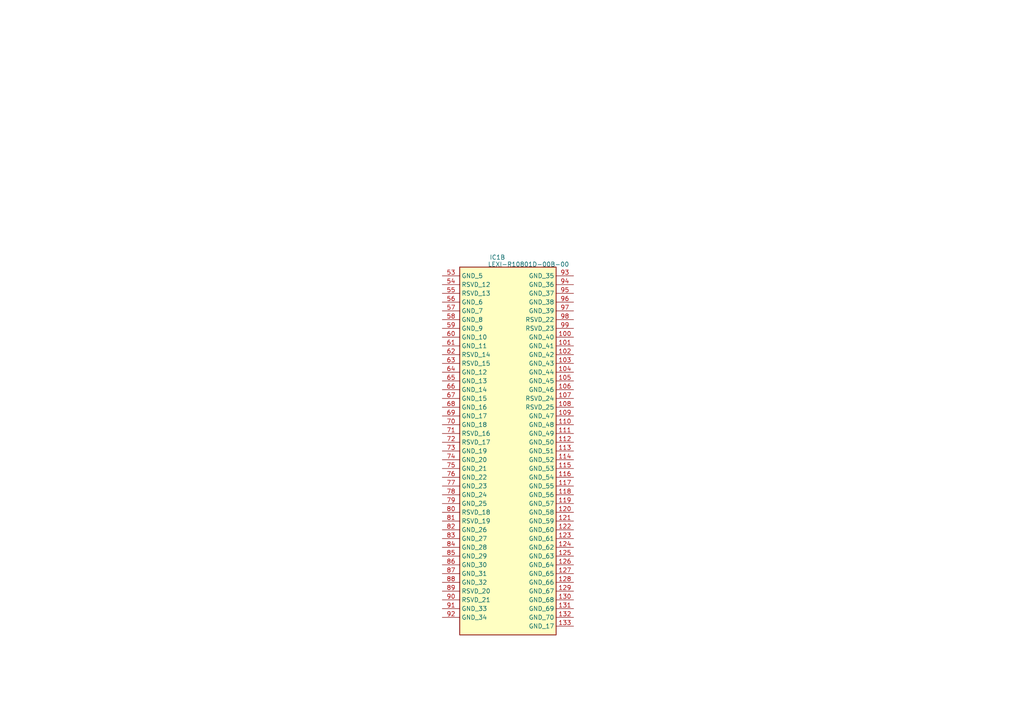
<source format=kicad_sch>
(kicad_sch (version 20250114) (generator "eeschema") (generator_version "9.0")
  (paper "A4")
  (lib_symbols
    (symbol "PSU_redesign:LEXI-R10801D-00B-00"
      (symbol "LEXI-R10801D-00B-00_1_1"
        (rectangle (start 7.62 7.62) (end 57.15 -41.91) (stroke (width 0.254)) (fill (type background)))
        (pin passive line (at 2.54 0 0) (length 5.08) (name "GND_1") (number "1"))
        (pin passive line (at 2.54 -2.54 0) (length 5.08) (name "RSVD_1") (number "2"))
        (pin passive line (at 2.54 -5.08 0) (length 5.08) (name "GND_2") (number "3"))
        (pin passive line (at 2.54 -7.62 0) (length 5.08) (name "RXD") (number "4"))
        (pin passive line (at 2.54 -10.16 0) (length 5.08) (name "TXD") (number "5"))
        (pin passive line (at 2.54 -12.7 0) (length 5.08) (name "CTS") (number "6"))
        (pin passive line (at 2.54 -15.24 0) (length 5.08) (name "RTS") (number "7"))
        (pin passive line (at 2.54 -17.78 0) (length 5.08) (name "DCD") (number "8"))
        (pin passive line (at 2.54 -20.32 0) (length 5.08) (name "DTR") (number "9"))
        (pin passive line (at 2.54 -22.86 0) (length 5.08) (name "RI") (number "10"))
        (pin passive line (at 2.54 -25.4 0) (length 5.08) (name "DSR") (number "11"))
        (pin passive line (at 2.54 -27.94 0) (length 5.08) (name "SCL") (number "12"))
        (pin passive line (at 2.54 -30.48 0) (length 5.08) (name "SDA") (number "13"))
        (pin passive line (at 16.51 12.7 270) (length 5.08) (name "GND_4") (number "52"))
        (pin passive line (at 16.51 -46.99 90) (length 5.08) (name "GPIO1") (number "14"))
        (pin passive line (at 19.05 12.7 270) (length 5.08) (name "ANT") (number "51"))
        (pin passive line (at 19.05 -46.99 90) (length 5.08) (name "GPIO2") (number "15"))
        (pin passive line (at 21.59 12.7 270) (length 5.08) (name "GND_3") (number "50"))
        (pin passive line (at 21.59 -46.99 90) (length 5.08) (name "GPIO3") (number "16"))
        (pin passive line (at 24.13 12.7 270) (length 5.08) (name "ANT_DET") (number "49"))
        (pin passive line (at 24.13 -46.99 90) (length 5.08) (name "GPIO4") (number "17"))
        (pin passive line (at 26.67 12.7 270) (length 5.08) (name "USB_BOOT") (number "48"))
        (pin passive line (at 26.67 -46.99 90) (length 5.08) (name "GPIO5") (number "18"))
        (pin passive line (at 29.21 12.7 270) (length 5.08) (name "RSVD_11") (number "47"))
        (pin passive line (at 29.21 -46.99 90) (length 5.08) (name "RSVD_2") (number "19"))
        (pin passive line (at 31.75 12.7 270) (length 5.08) (name "RSVD_10") (number "46"))
        (pin passive line (at 31.75 -46.99 90) (length 5.08) (name "USB_D-") (number "20"))
        (pin passive line (at 34.29 12.7 270) (length 5.08) (name "RFCTRL1") (number "45"))
        (pin passive line (at 34.29 -46.99 90) (length 5.08) (name "USB_D+") (number "21"))
        (pin passive line (at 36.83 12.7 270) (length 5.08) (name "RFCTRL2") (number "44"))
        (pin passive line (at 36.83 -46.99 90) (length 5.08) (name "RSVD_3") (number "22"))
        (pin passive line (at 39.37 12.7 270) (length 5.08) (name "V_INT") (number "43"))
        (pin passive line (at 39.37 -46.99 90) (length 5.08) (name "GPIO7") (number "23"))
        (pin passive line (at 41.91 12.7 270) (length 5.08) (name "VCC_3") (number "42"))
        (pin passive line (at 41.91 -46.99 90) (length 5.08) (name "GPIO8") (number "24"))
        (pin passive line (at 44.45 12.7 270) (length 5.08) (name "VCC_2") (number "41"))
        (pin passive line (at 44.45 -46.99 90) (length 5.08) (name "GPIO9") (number "25"))
        (pin passive line (at 46.99 12.7 270) (length 5.08) (name "VCC_1") (number "40"))
        (pin passive line (at 46.99 -46.99 90) (length 5.08) (name "GPIO10") (number "26"))
        (pin passive line (at 62.23 0 180) (length 5.08) (name "RSVD_9") (number "39"))
        (pin passive line (at 62.23 -2.54 180) (length 5.08) (name "RSVD_8") (number "38"))
        (pin passive line (at 62.23 -5.08 180) (length 5.08) (name "RSVD_7") (number "37"))
        (pin passive line (at 62.23 -7.62 180) (length 5.08) (name "RSVD_6") (number "36"))
        (pin passive line (at 62.23 -10.16 180) (length 5.08) (name "RSVD_5") (number "35"))
        (pin passive line (at 62.23 -12.7 180) (length 5.08) (name "RSVD_4") (number "34"))
        (pin passive line (at 62.23 -15.24 180) (length 5.08) (name "VSIM") (number "33"))
        (pin passive line (at 62.23 -17.78 180) (length 5.08) (name "SIM_IO") (number "32"))
        (pin passive line (at 62.23 -20.32 180) (length 5.08) (name "SIM_CLK") (number "31"))
        (pin passive line (at 62.23 -22.86 180) (length 5.08) (name "SIM_RST") (number "30"))
        (pin passive line (at 62.23 -25.4 180) (length 5.08) (name "GPIO6") (number "29"))
        (pin passive line (at 62.23 -27.94 180) (length 5.08) (name "RESET_N") (number "28"))
        (pin passive line (at 62.23 -30.48 180) (length 5.08) (name "PWR_ON") (number "27"))
      )
      (symbol "LEXI-R10801D-00B-00_2_1"
        (rectangle (start 11.43 -2.54) (end 39.37 -109.22) (stroke (width 0.254)) (fill (type background)))
        (pin passive line (at 6.35 -5.08 0) (length 5.08) (name "GND_5") (number "53"))
        (pin passive line (at 6.35 -7.62 0) (length 5.08) (name "RSVD_12") (number "54"))
        (pin passive line (at 6.35 -10.16 0) (length 5.08) (name "RSVD_13") (number "55"))
        (pin passive line (at 6.35 -12.7 0) (length 5.08) (name "GND_6") (number "56"))
        (pin passive line (at 6.35 -15.24 0) (length 5.08) (name "GND_7") (number "57"))
        (pin passive line (at 6.35 -17.78 0) (length 5.08) (name "GND_8") (number "58"))
        (pin passive line (at 6.35 -20.32 0) (length 5.08) (name "GND_9") (number "59"))
        (pin passive line (at 6.35 -22.86 0) (length 5.08) (name "GND_10") (number "60"))
        (pin passive line (at 6.35 -25.4 0) (length 5.08) (name "GND_11") (number "61"))
        (pin passive line (at 6.35 -27.94 0) (length 5.08) (name "RSVD_14") (number "62"))
        (pin passive line (at 6.35 -30.48 0) (length 5.08) (name "RSVD_15") (number "63"))
        (pin passive line (at 6.35 -33.02 0) (length 5.08) (name "GND_12") (number "64"))
        (pin passive line (at 6.35 -35.56 0) (length 5.08) (name "GND_13") (number "65"))
        (pin passive line (at 6.35 -38.1 0) (length 5.08) (name "GND_14") (number "66"))
        (pin passive line (at 6.35 -40.64 0) (length 5.08) (name "GND_15") (number "67"))
        (pin passive line (at 6.35 -43.18 0) (length 5.08) (name "GND_16") (number "68"))
        (pin passive line (at 6.35 -45.72 0) (length 5.08) (name "GND_17") (number "69"))
        (pin passive line (at 6.35 -48.26 0) (length 5.08) (name "GND_18") (number "70"))
        (pin passive line (at 6.35 -50.8 0) (length 5.08) (name "RSVD_16") (number "71"))
        (pin passive line (at 6.35 -53.34 0) (length 5.08) (name "RSVD_17") (number "72"))
        (pin passive line (at 6.35 -55.88 0) (length 5.08) (name "GND_19") (number "73"))
        (pin passive line (at 6.35 -58.42 0) (length 5.08) (name "GND_20") (number "74"))
        (pin passive line (at 6.35 -60.96 0) (length 5.08) (name "GND_21") (number "75"))
        (pin passive line (at 6.35 -63.5 0) (length 5.08) (name "GND_22") (number "76"))
        (pin passive line (at 6.35 -66.04 0) (length 5.08) (name "GND_23") (number "77"))
        (pin passive line (at 6.35 -68.58 0) (length 5.08) (name "GND_24") (number "78"))
        (pin passive line (at 6.35 -71.12 0) (length 5.08) (name "GND_25") (number "79"))
        (pin passive line (at 6.35 -73.66 0) (length 5.08) (name "RSVD_18") (number "80"))
        (pin passive line (at 6.35 -76.2 0) (length 5.08) (name "RSVD_19") (number "81"))
        (pin passive line (at 6.35 -78.74 0) (length 5.08) (name "GND_26") (number "82"))
        (pin passive line (at 6.35 -81.28 0) (length 5.08) (name "GND_27") (number "83"))
        (pin passive line (at 6.35 -83.82 0) (length 5.08) (name "GND_28") (number "84"))
        (pin passive line (at 6.35 -86.36 0) (length 5.08) (name "GND_29") (number "85"))
        (pin passive line (at 6.35 -88.9 0) (length 5.08) (name "GND_30") (number "86"))
        (pin passive line (at 6.35 -91.44 0) (length 5.08) (name "GND_31") (number "87"))
        (pin passive line (at 6.35 -93.98 0) (length 5.08) (name "GND_32") (number "88"))
        (pin passive line (at 6.35 -96.52 0) (length 5.08) (name "RSVD_20") (number "89"))
        (pin passive line (at 6.35 -99.06 0) (length 5.08) (name "RSVD_21") (number "90"))
        (pin passive line (at 6.35 -101.6 0) (length 5.08) (name "GND_33") (number "91"))
        (pin passive line (at 6.35 -104.14 0) (length 5.08) (name "GND_34") (number "92"))
        (pin passive line (at 44.45 -5.08 180) (length 5.08) (name "GND_35") (number "93"))
        (pin passive line (at 44.45 -7.62 180) (length 5.08) (name "GND_36") (number "94"))
        (pin passive line (at 44.45 -10.16 180) (length 5.08) (name "GND_37") (number "95"))
        (pin passive line (at 44.45 -12.7 180) (length 5.08) (name "GND_38") (number "96"))
        (pin passive line (at 44.45 -15.24 180) (length 5.08) (name "GND_39") (number "97"))
        (pin passive line (at 44.45 -17.78 180) (length 5.08) (name "RSVD_22") (number "98"))
        (pin passive line (at 44.45 -20.32 180) (length 5.08) (name "RSVD_23") (number "99"))
        (pin passive line (at 44.45 -22.86 180) (length 5.08) (name "GND_40") (number "100"))
        (pin passive line (at 44.45 -25.4 180) (length 5.08) (name "GND_41") (number "101"))
        (pin passive line (at 44.45 -27.94 180) (length 5.08) (name "GND_42") (number "102"))
        (pin passive line (at 44.45 -30.48 180) (length 5.08) (name "GND_43") (number "103"))
        (pin passive line (at 44.45 -33.02 180) (length 5.08) (name "GND_44") (number "104"))
        (pin passive line (at 44.45 -35.56 180) (length 5.08) (name "GND_45") (number "105"))
        (pin passive line (at 44.45 -38.1 180) (length 5.08) (name "GND_46") (number "106"))
        (pin passive line (at 44.45 -40.64 180) (length 5.08) (name "RSVD_24") (number "107"))
        (pin passive line (at 44.45 -43.18 180) (length 5.08) (name "RSVD_25") (number "108"))
        (pin passive line (at 44.45 -45.72 180) (length 5.08) (name "GND_47") (number "109"))
        (pin passive line (at 44.45 -48.26 180) (length 5.08) (name "GND_48") (number "110"))
        (pin passive line (at 44.45 -50.8 180) (length 5.08) (name "GND_49") (number "111"))
        (pin passive line (at 44.45 -53.34 180) (length 5.08) (name "GND_50") (number "112"))
        (pin passive line (at 44.45 -55.88 180) (length 5.08) (name "GND_51") (number "113"))
        (pin passive line (at 44.45 -58.42 180) (length 5.08) (name "GND_52") (number "114"))
        (pin passive line (at 44.45 -60.96 180) (length 5.08) (name "GND_53") (number "115"))
        (pin passive line (at 44.45 -63.5 180) (length 5.08) (name "GND_54") (number "116"))
        (pin passive line (at 44.45 -66.04 180) (length 5.08) (name "GND_55") (number "117"))
        (pin passive line (at 44.45 -68.58 180) (length 5.08) (name "GND_56") (number "118"))
        (pin passive line (at 44.45 -71.12 180) (length 5.08) (name "GND_57") (number "119"))
        (pin passive line (at 44.45 -73.66 180) (length 5.08) (name "GND_58") (number "120"))
        (pin passive line (at 44.45 -76.2 180) (length 5.08) (name "GND_59") (number "121"))
        (pin passive line (at 44.45 -78.74 180) (length 5.08) (name "GND_60") (number "122"))
        (pin passive line (at 44.45 -81.28 180) (length 5.08) (name "GND_61") (number "123"))
        (pin passive line (at 44.45 -83.82 180) (length 5.08) (name "GND_62") (number "124"))
        (pin passive line (at 44.45 -86.36 180) (length 5.08) (name "GND_63") (number "125"))
        (pin passive line (at 44.45 -88.9 180) (length 5.08) (name "GND_64") (number "126"))
        (pin passive line (at 44.45 -91.44 180) (length 5.08) (name "GND_65") (number "127"))
        (pin passive line (at 44.45 -93.98 180) (length 5.08) (name "GND_66") (number "128"))
        (pin passive line (at 44.45 -96.52 180) (length 5.08) (name "GND_67") (number "129"))
        (pin passive line (at 44.45 -99.06 180) (length 5.08) (name "GND_68") (number "130"))
        (pin passive line (at 44.45 -101.6 180) (length 5.08) (name "GND_69") (number "131"))
        (pin passive line (at 44.45 -104.14 180) (length 5.08) (name "GND_70") (number "132"))
        (pin passive line (at 44.45 -106.68 180) (length 5.08) (name "GND_17") (number "133"))
      )
    )
  )
  (symbol (lib_id "PSU_redesign:LEXI-R10801D-00B-00") (at 121.92 74.93 0) (unit 2)
    (property "Reference" "IC1" (at 141.986 73.914 0) (effects (justify left top)))
    (property "Value" "LEXI-R10801D-00B-00" (at 141.478 75.946 0) (effects (justify left top)))
    (property "Footprint" "LEXIR10801D00B00" (effects (hide yes)))
    (property "Datasheet" "https://www.u-blox.com/en/product-resources?product_title=LEXI-R10%2520series&legacy=Current&lifecycles=Product%2520evaluation" (effects (hide yes)))
    (property "Description" "Cellular 4G LTE CAT-1 (AT&T/T-Mobile) Transceiver Module Antenna Not Included Surface Mount" (effects (hide yes)))
    (property "Height" "2" (effects (hide yes)))
    (property "Manufacturer_Name" "u-blox" (effects (hide yes)))
    (property "Manufacturer_Part_Number" "LEXI-R10801D-00B-00" (effects (hide yes)))
  )
)
</source>
